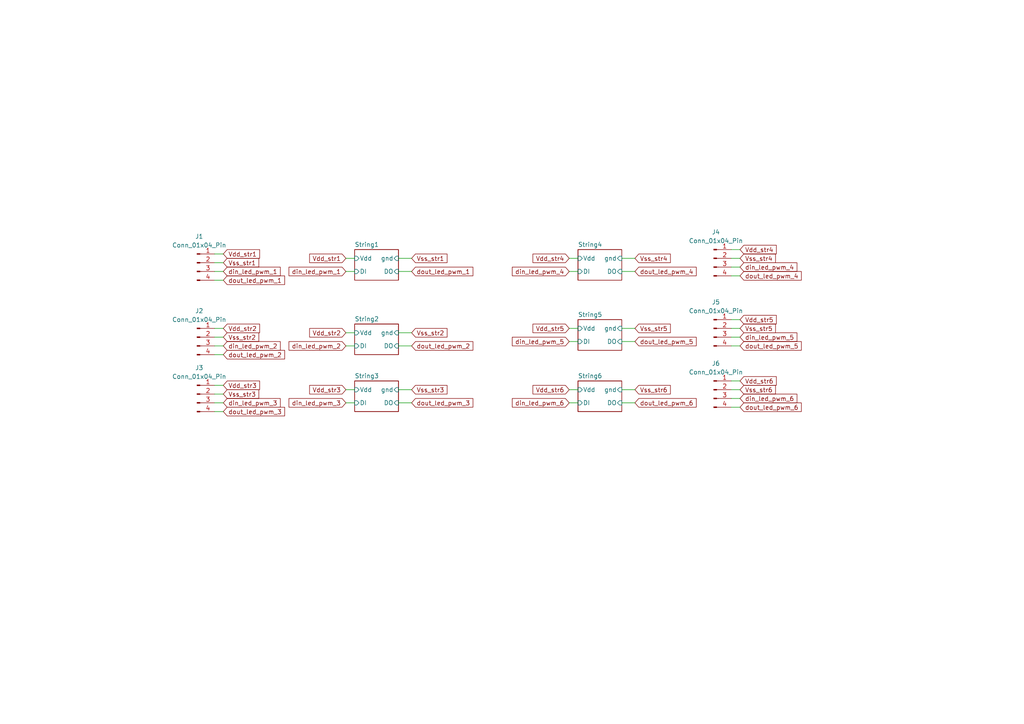
<source format=kicad_sch>
(kicad_sch (version 20231120) (generator "eeschema") (generator_version "8.0")
  (paper "A4")
  (lib_symbols
    (symbol "Connector:Conn_01x04_Pin" (pin_names (offset 1.016) hide)
      (property "Reference" "J" (at 0 5.08 0))
      (property "Value" "Conn_01x04_Pin" (at 0 -7.62 0))
      (symbol "Conn_01x04_Pin_1_1"
        (polyline (pts (xy 1.27 -5.08) (xy 0.8636 -5.08)) (stroke (width 0.1524)))
        (polyline (pts (xy 1.27 -2.54) (xy 0.8636 -2.54)) (stroke (width 0.1524)))
        (polyline (pts (xy 1.27 0) (xy 0.8636 0)) (stroke (width 0.1524)))
        (polyline (pts (xy 1.27 2.54) (xy 0.8636 2.54)) (stroke (width 0.1524)))
        (rectangle (start 0.8636 -4.953) (end 0 -5.207) (stroke (width 0.1524)) (fill (type outline)))
        (rectangle (start 0.8636 -2.413) (end 0 -2.667) (stroke (width 0.1524)) (fill (type outline)))
        (rectangle (start 0.8636 0.127) (end 0 -0.127) (stroke (width 0.1524)) (fill (type outline)))
        (rectangle (start 0.8636 2.667) (end 0 2.413) (stroke (width 0.1524)) (fill (type outline)))
        (pin passive line (at 5.08 2.54 180) (length 3.81) (name "Pin_1") (number "1"))
        (pin passive line (at 5.08 0 180) (length 3.81) (name "Pin_2") (number "2"))
        (pin passive line (at 5.08 -2.54 180) (length 3.81) (name "Pin_3") (number "3"))
        (pin passive line (at 5.08 -5.08 180) (length 3.81) (name "Pin_4") (number "4"))
      )
    )
  )
  (wire (pts (xy 212.09 74.93) (xy 214.63 74.93)))
  (wire (pts (xy 100.33 113.03) (xy 102.87 113.03)))
  (wire (pts (xy 180.34 74.93) (xy 184.15 74.93)))
  (wire (pts (xy 212.09 92.71) (xy 214.63 92.71)))
  (wire (pts (xy 62.23 111.76) (xy 64.77 111.76)))
  (wire (pts (xy 165.1 78.74) (xy 167.64 78.74)))
  (wire (pts (xy 115.57 116.84) (xy 119.38 116.84)))
  (wire (pts (xy 212.09 80.01) (xy 214.63 80.01)))
  (wire (pts (xy 100.33 96.52) (xy 102.87 96.52)))
  (wire (pts (xy 62.23 78.74) (xy 64.77 78.74)))
  (wire (pts (xy 62.23 116.84) (xy 64.77 116.84)))
  (wire (pts (xy 180.34 95.25) (xy 184.15 95.25)))
  (wire (pts (xy 180.34 116.84) (xy 184.15 116.84)))
  (wire (pts (xy 100.33 78.74) (xy 102.87 78.74)))
  (wire (pts (xy 100.33 116.84) (xy 102.87 116.84)))
  (wire (pts (xy 62.23 81.28) (xy 64.77 81.28)))
  (wire (pts (xy 62.23 95.25) (xy 64.77 95.25)))
  (wire (pts (xy 115.57 78.74) (xy 119.38 78.74)))
  (wire (pts (xy 165.1 116.84) (xy 167.64 116.84)))
  (wire (pts (xy 100.33 100.33) (xy 102.87 100.33)))
  (wire (pts (xy 165.1 113.03) (xy 167.64 113.03)))
  (wire (pts (xy 62.23 76.2) (xy 64.77 76.2)))
  (wire (pts (xy 212.09 77.47) (xy 214.63 77.47)))
  (wire (pts (xy 115.57 74.93) (xy 119.38 74.93)))
  (wire (pts (xy 115.57 113.03) (xy 119.38 113.03)))
  (wire (pts (xy 62.23 119.38) (xy 64.77 119.38)))
  (wire (pts (xy 212.09 113.03) (xy 214.63 113.03)))
  (wire (pts (xy 62.23 100.33) (xy 64.77 100.33)))
  (wire (pts (xy 212.09 115.57) (xy 214.63 115.57)))
  (wire (pts (xy 165.1 99.06) (xy 167.64 99.06)))
  (wire (pts (xy 212.09 72.39) (xy 214.63 72.39)))
  (wire (pts (xy 212.09 97.79) (xy 214.63 97.79)))
  (wire (pts (xy 100.33 74.93) (xy 102.87 74.93)))
  (wire (pts (xy 165.1 74.93) (xy 167.64 74.93)))
  (wire (pts (xy 165.1 95.25) (xy 167.64 95.25)))
  (wire (pts (xy 62.23 73.66) (xy 64.77 73.66)))
  (wire (pts (xy 115.57 100.33) (xy 119.38 100.33)))
  (wire (pts (xy 212.09 110.49) (xy 214.63 110.49)))
  (wire (pts (xy 180.34 99.06) (xy 184.15 99.06)))
  (wire (pts (xy 62.23 102.87) (xy 64.77 102.87)))
  (wire (pts (xy 212.09 100.33) (xy 214.63 100.33)))
  (wire (pts (xy 212.09 95.25) (xy 214.63 95.25)))
  (wire (pts (xy 115.57 96.52) (xy 119.38 96.52)))
  (wire (pts (xy 180.34 113.03) (xy 184.15 113.03)))
  (wire (pts (xy 62.23 97.79) (xy 64.77 97.79)))
  (wire (pts (xy 62.23 114.3) (xy 64.77 114.3)))
  (wire (pts (xy 212.09 118.11) (xy 214.63 118.11)))
  (wire (pts (xy 180.34 78.74) (xy 184.15 78.74)))
  (global_label "dout_led_pwm_4" (shape input) (at 214.63 80.01 0) (property "Intersheetrefs" "${INTERSHEET_REFS}" (effects (hide yes))))
  (global_label "din_led_pwm_6" (shape input) (at 214.63 115.57 0) (property "Intersheetrefs" "${INTERSHEET_REFS}" (effects (hide yes))))
  (global_label "Vdd_str4" (shape input) (at 165.1 74.93 180) (property "Intersheetrefs" "${INTERSHEET_REFS}" (effects (hide yes))))
  (global_label "Vdd_str1" (shape input) (at 64.77 73.66 0) (property "Intersheetrefs" "${INTERSHEET_REFS}" (effects (hide yes))))
  (global_label "dout_led_pwm_2" (shape input) (at 64.77 102.87 0) (property "Intersheetrefs" "${INTERSHEET_REFS}" (effects (hide yes))))
  (global_label "dout_led_pwm_5" (shape input) (at 184.15 99.06 0) (property "Intersheetrefs" "${INTERSHEET_REFS}" (effects (hide yes))))
  (global_label "Vdd_str6" (shape input) (at 165.1 113.03 180) (property "Intersheetrefs" "${INTERSHEET_REFS}" (effects (hide yes))))
  (global_label "dout_led_pwm_1" (shape input) (at 119.38 78.74 0) (property "Intersheetrefs" "${INTERSHEET_REFS}" (effects (hide yes))))
  (global_label "Vdd_str2" (shape input) (at 100.33 96.52 180) (property "Intersheetrefs" "${INTERSHEET_REFS}" (effects (hide yes))))
  (global_label "din_led_pwm_1" (shape input) (at 100.33 78.74 180) (property "Intersheetrefs" "${INTERSHEET_REFS}" (effects (hide yes))))
  (global_label "Vss_str5" (shape input) (at 184.15 95.25 0) (property "Intersheetrefs" "${INTERSHEET_REFS}" (effects (hide yes))))
  (global_label "Vss_str3" (shape input) (at 119.38 113.03 0) (property "Intersheetrefs" "${INTERSHEET_REFS}" (effects (hide yes))))
  (global_label "Vss_str1" (shape input) (at 119.38 74.93 0) (property "Intersheetrefs" "${INTERSHEET_REFS}" (effects (hide yes))))
  (global_label "din_led_pwm_1" (shape input) (at 64.77 78.74 0) (property "Intersheetrefs" "${INTERSHEET_REFS}" (effects (hide yes))))
  (global_label "dout_led_pwm_4" (shape input) (at 184.15 78.74 0) (property "Intersheetrefs" "${INTERSHEET_REFS}" (effects (hide yes))))
  (global_label "din_led_pwm_3" (shape input) (at 100.33 116.84 180) (property "Intersheetrefs" "${INTERSHEET_REFS}" (effects (hide yes))))
  (global_label "dout_led_pwm_6" (shape input) (at 184.15 116.84 0) (property "Intersheetrefs" "${INTERSHEET_REFS}" (effects (hide yes))))
  (global_label "dout_led_pwm_5" (shape input) (at 214.63 100.33 0) (property "Intersheetrefs" "${INTERSHEET_REFS}" (effects (hide yes))))
  (global_label "dout_led_pwm_6" (shape input) (at 214.63 118.11 0) (property "Intersheetrefs" "${INTERSHEET_REFS}" (effects (hide yes))))
  (global_label "Vdd_str5" (shape input) (at 165.1 95.25 180) (property "Intersheetrefs" "${INTERSHEET_REFS}" (effects (hide yes))))
  (global_label "dout_led_pwm_2" (shape input) (at 119.38 100.33 0) (property "Intersheetrefs" "${INTERSHEET_REFS}" (effects (hide yes))))
  (global_label "din_led_pwm_4" (shape input) (at 165.1 78.74 180) (property "Intersheetrefs" "${INTERSHEET_REFS}" (effects (hide yes))))
  (global_label "Vss_str6" (shape input) (at 214.63 113.03 0) (property "Intersheetrefs" "${INTERSHEET_REFS}" (effects (hide yes))))
  (global_label "din_led_pwm_6" (shape input) (at 165.1 116.84 180) (property "Intersheetrefs" "${INTERSHEET_REFS}" (effects (hide yes))))
  (global_label "Vdd_str3" (shape input) (at 100.33 113.03 180) (property "Intersheetrefs" "${INTERSHEET_REFS}" (effects (hide yes))))
  (global_label "din_led_pwm_2" (shape input) (at 64.77 100.33 0) (property "Intersheetrefs" "${INTERSHEET_REFS}" (effects (hide yes))))
  (global_label "Vss_str4" (shape input) (at 184.15 74.93 0) (property "Intersheetrefs" "${INTERSHEET_REFS}" (effects (hide yes))))
  (global_label "Vdd_str5" (shape input) (at 214.63 92.71 0) (property "Intersheetrefs" "${INTERSHEET_REFS}" (effects (hide yes))))
  (global_label "Vdd_str1" (shape input) (at 100.33 74.93 180) (property "Intersheetrefs" "${INTERSHEET_REFS}" (effects (hide yes))))
  (global_label "Vss_str6" (shape input) (at 184.15 113.03 0) (property "Intersheetrefs" "${INTERSHEET_REFS}" (effects (hide yes))))
  (global_label "Vss_str3" (shape input) (at 64.77 114.3 0) (property "Intersheetrefs" "${INTERSHEET_REFS}" (effects (hide yes))))
  (global_label "Vss_str2" (shape input) (at 64.77 97.79 0) (property "Intersheetrefs" "${INTERSHEET_REFS}" (effects (hide yes))))
  (global_label "din_led_pwm_4" (shape input) (at 214.63 77.47 0) (property "Intersheetrefs" "${INTERSHEET_REFS}" (effects (hide yes))))
  (global_label "Vdd_str6" (shape input) (at 214.63 110.49 0) (property "Intersheetrefs" "${INTERSHEET_REFS}" (effects (hide yes))))
  (global_label "Vss_str5" (shape input) (at 214.63 95.25 0) (property "Intersheetrefs" "${INTERSHEET_REFS}" (effects (hide yes))))
  (global_label "dout_led_pwm_3" (shape input) (at 119.38 116.84 0) (property "Intersheetrefs" "${INTERSHEET_REFS}" (effects (hide yes))))
  (global_label "din_led_pwm_2" (shape input) (at 100.33 100.33 180) (property "Intersheetrefs" "${INTERSHEET_REFS}" (effects (hide yes))))
  (global_label "Vdd_str2" (shape input) (at 64.77 95.25 0) (property "Intersheetrefs" "${INTERSHEET_REFS}" (effects (hide yes))))
  (global_label "Vdd_str4" (shape input) (at 214.63 72.39 0) (property "Intersheetrefs" "${INTERSHEET_REFS}" (effects (hide yes))))
  (global_label "din_led_pwm_3" (shape input) (at 64.77 116.84 0) (property "Intersheetrefs" "${INTERSHEET_REFS}" (effects (hide yes))))
  (global_label "dout_led_pwm_1" (shape input) (at 64.77 81.28 0) (property "Intersheetrefs" "${INTERSHEET_REFS}" (effects (hide yes))))
  (global_label "Vdd_str3" (shape input) (at 64.77 111.76 0) (property "Intersheetrefs" "${INTERSHEET_REFS}" (effects (hide yes))))
  (global_label "Vss_str1" (shape input) (at 64.77 76.2 0) (property "Intersheetrefs" "${INTERSHEET_REFS}" (effects (hide yes))))
  (global_label "din_led_pwm_5" (shape input) (at 214.63 97.79 0) (property "Intersheetrefs" "${INTERSHEET_REFS}" (effects (hide yes))))
  (global_label "Vss_str4" (shape input) (at 214.63 74.93 0) (property "Intersheetrefs" "${INTERSHEET_REFS}" (effects (hide yes))))
  (global_label "din_led_pwm_5" (shape input) (at 165.1 99.06 180) (property "Intersheetrefs" "${INTERSHEET_REFS}" (effects (hide yes))))
  (global_label "dout_led_pwm_3" (shape input) (at 64.77 119.38 0) (property "Intersheetrefs" "${INTERSHEET_REFS}" (effects (hide yes))))
  (global_label "Vss_str2" (shape input) (at 119.38 96.52 0) (property "Intersheetrefs" "${INTERSHEET_REFS}" (effects (hide yes))))
  (symbol (lib_id "Connector:Conn_01x04_Pin") (at 207.01 74.93 0) (unit 1)
    (property "Reference" "J4" (at 207.645 67.31 0))
    (property "Value" "Conn_01x04_Pin" (at 207.645 69.85 0))
    (property "Footprint" "User_DIY:castellated_4x2.54mm" (effects (hide yes)))
    (property "Description" "Generic connector, single row, 01x04, script generated" (effects (hide yes)))
  )
  (symbol (lib_id "Connector:Conn_01x04_Pin") (at 57.15 114.3 0) (unit 1)
    (property "Reference" "J3" (at 57.785 106.68 0))
    (property "Value" "Conn_01x04_Pin" (at 57.785 109.22 0))
    (property "Footprint" "User_DIY:castellated_4x2.54mm" (effects (hide yes)))
    (property "Description" "Generic connector, single row, 01x04, script generated" (effects (hide yes)))
  )
  (symbol (lib_id "Connector:Conn_01x04_Pin") (at 57.15 97.79 0) (unit 1)
    (property "Reference" "J2" (at 57.785 90.17 0))
    (property "Value" "Conn_01x04_Pin" (at 57.785 92.71 0))
    (property "Footprint" "User_DIY:castellated_4x2.54mm" (effects (hide yes)))
    (property "Description" "Generic connector, single row, 01x04, script generated" (effects (hide yes)))
  )
  (symbol (lib_id "Connector:Conn_01x04_Pin") (at 207.01 95.25 0) (unit 1)
    (property "Reference" "J5" (at 207.645 87.63 0))
    (property "Value" "Conn_01x04_Pin" (at 207.645 90.17 0))
    (property "Footprint" "User_DIY:castellated_4x2.54mm" (effects (hide yes)))
    (property "Description" "Generic connector, single row, 01x04, script generated" (effects (hide yes)))
  )
  (symbol (lib_id "Connector:Conn_01x04_Pin") (at 57.15 76.2 0) (unit 1)
    (property "Reference" "J1" (at 57.785 68.58 0))
    (property "Value" "Conn_01x04_Pin" (at 57.785 71.12 0))
    (property "Footprint" "User_DIY:castellated_4x2.54mm" (effects (hide yes)))
    (property "Description" "Generic connector, single row, 01x04, script generated" (effects (hide yes)))
  )
  (symbol (lib_id "Connector:Conn_01x04_Pin") (at 207.01 113.03 0) (unit 1)
    (property "Reference" "J6" (at 207.645 105.41 0))
    (property "Value" "Conn_01x04_Pin" (at 207.645 107.95 0))
    (property "Footprint" "User_DIY:castellated_4x2.54mm" (effects (hide yes)))
    (property "Description" "Generic connector, single row, 01x04, script generated" (effects (hide yes)))
  )
  (sheet (at 102.87 110.49) (size 12.7 8.89) (stroke (width 0.1524))
    (property "Sheetname" "String3" (at 102.87 109.7784 0) (effects (justify left bottom)))
    (property "Sheetfile" "ICLEDstring1.kicad_sch" (effects (hide yes)))
    (pin "DO" input (at 115.57 116.84 0))
    (pin "Vdd" input (at 102.87 113.03 180))
    (pin "gnd" input (at 115.57 113.03 0))
    (pin "DI" input (at 102.87 116.84 180))
  )
  (sheet (at 167.64 110.49) (size 12.7 8.89) (stroke (width 0.1524))
    (property "Sheetname" "String6" (at 167.64 109.7784 0) (effects (justify left bottom)))
    (property "Sheetfile" "ICLEDstring1.kicad_sch" (effects (hide yes)))
    (pin "DO" input (at 180.34 116.84 0))
    (pin "Vdd" input (at 167.64 113.03 180))
    (pin "gnd" input (at 180.34 113.03 0))
    (pin "DI" input (at 167.64 116.84 180))
  )
  (sheet (at 167.64 92.71) (size 12.7 8.89) (stroke (width 0.1524))
    (property "Sheetname" "String5" (at 167.64 91.9984 0) (effects (justify left bottom)))
    (property "Sheetfile" "ICLEDstring1.kicad_sch" (effects (hide yes)))
    (pin "DO" input (at 180.34 99.06 0))
    (pin "Vdd" input (at 167.64 95.25 180))
    (pin "gnd" input (at 180.34 95.25 0))
    (pin "DI" input (at 167.64 99.06 180))
  )
  (sheet (at 102.87 72.39) (size 12.7 8.89) (stroke (width 0.1524))
    (property "Sheetname" "String1" (at 102.87 71.6784 0) (effects (justify left bottom)))
    (property "Sheetfile" "ICLEDstring1.kicad_sch" (effects (hide yes)))
    (pin "DO" input (at 115.57 78.74 0))
    (pin "Vdd" input (at 102.87 74.93 180))
    (pin "gnd" input (at 115.57 74.93 0))
    (pin "DI" input (at 102.87 78.74 180))
  )
  (sheet (at 167.64 72.39) (size 12.7 8.89) (stroke (width 0.1524))
    (property "Sheetname" "String4" (at 167.64 71.6784 0) (effects (justify left bottom)))
    (property "Sheetfile" "ICLEDstring1.kicad_sch" (effects (hide yes)))
    (pin "DO" input (at 180.34 78.74 0))
    (pin "Vdd" input (at 167.64 74.93 180))
    (pin "gnd" input (at 180.34 74.93 0))
    (pin "DI" input (at 167.64 78.74 180))
  )
  (sheet (at 102.87 93.98) (size 12.7 8.89) (stroke (width 0.1524))
    (property "Sheetname" "String2" (at 102.87 93.2684 0) (effects (justify left bottom)))
    (property "Sheetfile" "ICLEDstring1.kicad_sch" (effects (hide yes)))
    (pin "DO" input (at 115.57 100.33 0))
    (pin "Vdd" input (at 102.87 96.52 180))
    (pin "gnd" input (at 115.57 96.52 0))
    (pin "DI" input (at 102.87 100.33 180))
  )
)
</source>
